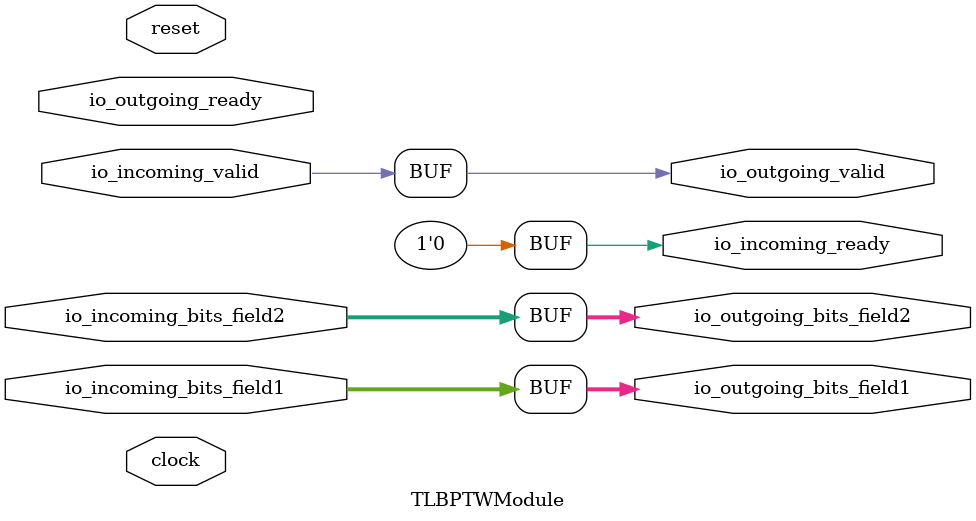
<source format=sv>
module TLBPTWModule(	// src/main/scala/empty/Add.scala:134:7
  input        clock,	// src/main/scala/empty/Add.scala:134:7
               reset,	// src/main/scala/empty/Add.scala:134:7
  output       io_incoming_ready,	// src/main/scala/empty/Add.scala:135:14
  input        io_incoming_valid,	// src/main/scala/empty/Add.scala:135:14
  input  [7:0] io_incoming_bits_field1,	// src/main/scala/empty/Add.scala:135:14
               io_incoming_bits_field2,	// src/main/scala/empty/Add.scala:135:14
  input        io_outgoing_ready,	// src/main/scala/empty/Add.scala:135:14
  output       io_outgoing_valid,	// src/main/scala/empty/Add.scala:135:14
  output [7:0] io_outgoing_bits_field1,	// src/main/scala/empty/Add.scala:135:14
               io_outgoing_bits_field2	// src/main/scala/empty/Add.scala:135:14
);

  assign io_incoming_ready = 1'h0;	// src/main/scala/empty/Add.scala:134:7, :138:21
  assign io_outgoing_valid = io_incoming_valid;	// src/main/scala/empty/Add.scala:134:7
  assign io_outgoing_bits_field1 = io_incoming_bits_field1;	// src/main/scala/empty/Add.scala:134:7
  assign io_outgoing_bits_field2 = io_incoming_bits_field2;	// src/main/scala/empty/Add.scala:134:7
endmodule


</source>
